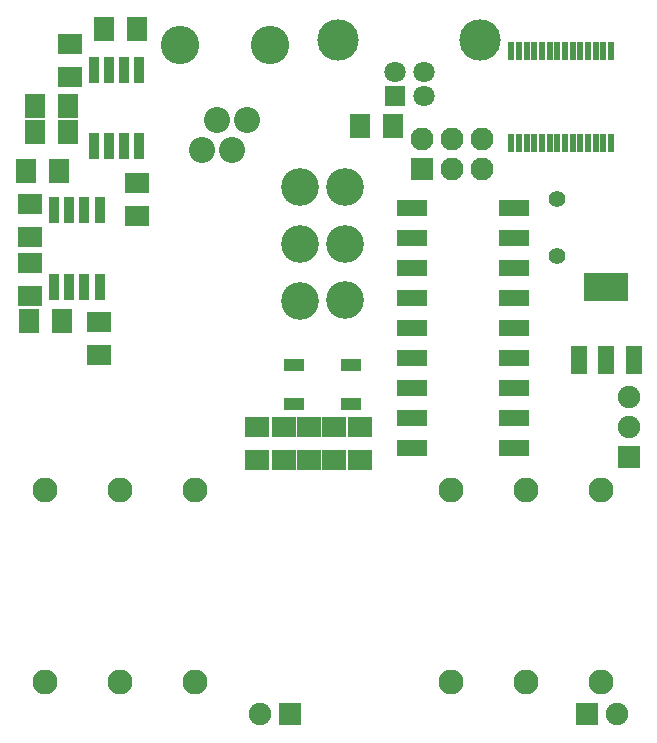
<source format=gbr>
G04 DipTrace 2.4.0.2*
%INBottomMask.gbr*%
%MOIN*%
%ADD44C,0.128*%
%ADD54C,0.056*%
%ADD56C,0.138*%
%ADD58C,0.071*%
%ADD60R,0.071X0.071*%
%ADD62C,0.0828*%
%ADD64R,0.1041X0.0525*%
%ADD66R,0.0671X0.0435*%
%ADD72C,0.0868*%
%ADD74C,0.1261*%
%ADD76R,0.0317X0.0868*%
%ADD78C,0.0769*%
%ADD80R,0.0769X0.0769*%
%ADD82C,0.075*%
%ADD84R,0.075X0.075*%
%ADD86R,0.0198X0.0631*%
%ADD92R,0.0789X0.071*%
%ADD94R,0.071X0.0789*%
%ADD96R,0.1498X0.0946*%
%ADD98R,0.056X0.096*%
%FSLAX44Y44*%
G04*
G70*
G90*
G75*
G01*
%LNBotMask*%
%LPD*%
D98*
X25307Y16336D3*
X24401D3*
X23496D3*
D96*
X24402Y18773D3*
D94*
X17289Y24135D3*
X16186D3*
X6440Y23945D3*
X5338D3*
X6252Y17634D3*
X5150D3*
D92*
X5190Y19571D3*
Y18469D3*
D94*
X6440Y24820D3*
X5338D3*
D92*
X7503Y16508D3*
Y17610D3*
X8764Y21144D3*
Y22246D3*
D94*
X7639Y27371D3*
X8741D3*
X5065Y22634D3*
X6167D3*
D86*
X24553Y23571D3*
X24297D3*
X24042D3*
X23786D3*
X23530D3*
X23274D3*
X23018D3*
X22762D3*
X22506D3*
X22250D3*
X21994D3*
X21738D3*
X21482D3*
X21227D3*
Y26642D3*
X21482D3*
X21738D3*
X21994D3*
X22250D3*
X22506D3*
X22762D3*
X23018D3*
X23274D3*
X23530D3*
X23786D3*
X24042D3*
X24297D3*
X24553D3*
D84*
X13850Y4536D3*
D82*
X12850D3*
D80*
X18262Y22704D3*
D78*
X19262D3*
X20262D3*
Y23704D3*
X19262D3*
X18262D3*
D76*
X5997Y21331D3*
X6500D3*
X7004D3*
X7508D3*
Y18772D3*
X7004D3*
X6500D3*
X5997D3*
X7309Y26018D3*
X7813D3*
X8317D3*
X8821D3*
Y23459D3*
X8317D3*
X7813D3*
X7309D3*
D74*
X14190Y18320D3*
Y20210D3*
Y22100D3*
X15690Y22102D3*
Y20212D3*
Y18322D3*
D84*
X23749Y4542D3*
D82*
X24749D3*
D84*
X25164Y13104D3*
D82*
Y14104D3*
Y15104D3*
D92*
X6514Y25769D3*
Y26871D3*
X5190Y20446D3*
Y21548D3*
X16187Y14104D3*
Y13001D3*
X15337Y14104D3*
Y13001D3*
X14472Y14104D3*
Y13001D3*
X13656Y14104D3*
Y13001D3*
X12770Y14104D3*
Y13001D3*
D72*
X12427Y24350D3*
X11927Y23350D3*
X11427Y24350D3*
X10927Y23350D3*
D44*
X10177Y26850D3*
X13177D3*
D66*
X15902Y16170D3*
Y14870D3*
X13973D3*
Y16170D3*
D64*
X17923Y13418D3*
Y14418D3*
Y15418D3*
Y16418D3*
Y17418D3*
Y18418D3*
Y19418D3*
Y20418D3*
Y21418D3*
X21309D3*
Y20418D3*
Y19418D3*
Y18418D3*
Y17418D3*
Y16418D3*
Y15418D3*
Y14418D3*
Y13418D3*
D62*
X19209Y5619D3*
X21709D3*
X24209D3*
Y12009D3*
X21709D3*
X19209D3*
X10673D3*
X8173D3*
X5673D3*
Y5619D3*
X8173D3*
X10673D3*
D60*
X17339Y25141D3*
D58*
X18323D3*
Y25928D3*
X17339D3*
D56*
X20201Y26995D3*
X15461D3*
D54*
X22759Y21711D3*
Y19811D3*
M02*

</source>
